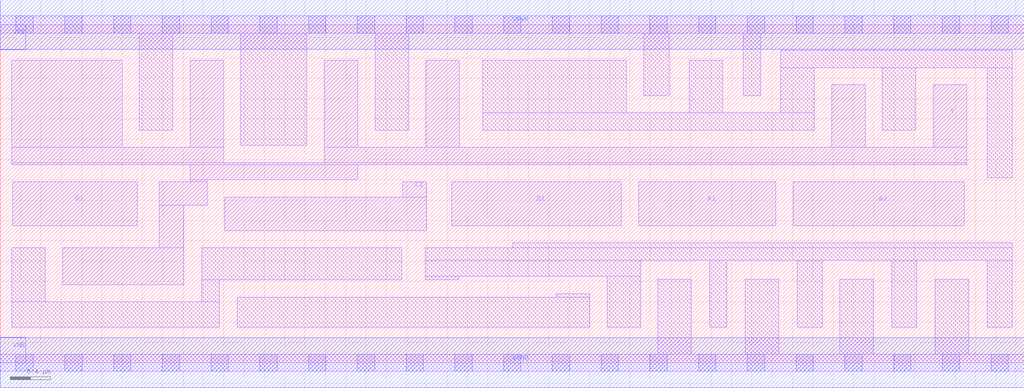
<source format=lef>
# Copyright 2020 The SkyWater PDK Authors
#
# Licensed under the Apache License, Version 2.0 (the "License");
# you may not use this file except in compliance with the License.
# You may obtain a copy of the License at
#
#     https://www.apache.org/licenses/LICENSE-2.0
#
# Unless required by applicable law or agreed to in writing, software
# distributed under the License is distributed on an "AS IS" BASIS,
# WITHOUT WARRANTIES OR CONDITIONS OF ANY KIND, either express or implied.
# See the License for the specific language governing permissions and
# limitations under the License.
#
# SPDX-License-Identifier: Apache-2.0

VERSION 5.5 ;
NAMESCASESENSITIVE ON ;
BUSBITCHARS "[]" ;
DIVIDERCHAR "/" ;
MACRO sky130_fd_sc_hs__o2111ai_4
  CLASS CORE ;
  SOURCE USER ;
  ORIGIN  0.000000  0.000000 ;
  SIZE  10.08000 BY  3.330000 ;
  SYMMETRY X Y ;
  SITE unit ;
  PIN A1
    ANTENNAGATEAREA  1.116000 ;
    DIRECTION INPUT ;
    USE SIGNAL ;
    PORT
      LAYER li1 ;
        RECT 6.285000 1.350000 7.635000 1.780000 ;
    END
  END A1
  PIN A2
    ANTENNAGATEAREA  1.116000 ;
    DIRECTION INPUT ;
    USE SIGNAL ;
    PORT
      LAYER li1 ;
        RECT 7.805000 1.350000 9.490000 1.780000 ;
    END
  END A2
  PIN B1
    ANTENNAGATEAREA  0.780000 ;
    DIRECTION INPUT ;
    USE SIGNAL ;
    PORT
      LAYER li1 ;
        RECT 4.445000 1.350000 6.115000 1.780000 ;
    END
  END B1
  PIN C1
    ANTENNAGATEAREA  0.780000 ;
    DIRECTION INPUT ;
    USE SIGNAL ;
    PORT
      LAYER li1 ;
        RECT 2.210000 1.300000 4.195000 1.630000 ;
        RECT 3.965000 1.630000 4.195000 1.780000 ;
    END
  END C1
  PIN D1
    ANTENNAGATEAREA  0.780000 ;
    DIRECTION INPUT ;
    USE SIGNAL ;
    PORT
      LAYER li1 ;
        RECT 0.125000 1.350000 1.350000 1.780000 ;
    END
  END D1
  PIN Y
    ANTENNADIFFAREA  3.411800 ;
    DIRECTION OUTPUT ;
    USE SIGNAL ;
    PORT
      LAYER li1 ;
        RECT 0.115000 1.950000 9.515000 1.970000 ;
        RECT 0.115000 1.970000 2.200000 2.120000 ;
        RECT 0.115000 2.120000 1.200000 2.980000 ;
        RECT 0.615000 0.770000 1.805000 1.130000 ;
        RECT 1.565000 1.130000 1.805000 1.550000 ;
        RECT 1.565000 1.550000 2.040000 1.780000 ;
        RECT 1.870000 1.780000 2.040000 1.800000 ;
        RECT 1.870000 1.800000 3.520000 1.950000 ;
        RECT 1.870000 2.120000 2.200000 2.980000 ;
        RECT 3.190000 1.970000 9.515000 2.120000 ;
        RECT 3.190000 2.120000 3.520000 2.980000 ;
        RECT 4.190000 2.120000 4.520000 2.980000 ;
        RECT 8.185000 2.120000 8.515000 2.735000 ;
        RECT 9.185000 2.120000 9.515000 2.735000 ;
    END
  END Y
  PIN VGND
    DIRECTION INOUT ;
    USE GROUND ;
    PORT
      LAYER met1 ;
        RECT 0.000000 -0.245000 10.080000 0.245000 ;
    END
  END VGND
  PIN VNB
    DIRECTION INOUT ;
    USE GROUND ;
    PORT
    END
  END VNB
  PIN VPB
    DIRECTION INOUT ;
    USE POWER ;
    PORT
    END
  END VPB
  PIN VNB
    DIRECTION INOUT ;
    USE GROUND ;
    PORT
      LAYER met1 ;
        RECT 0.000000 0.000000 0.250000 0.250000 ;
    END
  END VNB
  PIN VPB
    DIRECTION INOUT ;
    USE POWER ;
    PORT
      LAYER met1 ;
        RECT 0.000000 3.080000 0.250000 3.330000 ;
    END
  END VPB
  PIN VPWR
    DIRECTION INOUT ;
    USE POWER ;
    PORT
      LAYER met1 ;
        RECT 0.000000 3.085000 10.080000 3.575000 ;
    END
  END VPWR
  OBS
    LAYER li1 ;
      RECT 0.000000 -0.085000 10.080000 0.085000 ;
      RECT 0.000000  3.245000 10.080000 3.415000 ;
      RECT 0.115000  0.350000  2.155000 0.600000 ;
      RECT 0.115000  0.600000  0.445000 1.130000 ;
      RECT 1.370000  2.290000  1.700000 3.245000 ;
      RECT 1.985000  0.600000  2.155000 0.815000 ;
      RECT 1.985000  0.815000  3.955000 1.130000 ;
      RECT 2.335000  0.350000  5.805000 0.645000 ;
      RECT 2.370000  2.140000  3.020000 3.245000 ;
      RECT 3.690000  2.290000  4.020000 3.245000 ;
      RECT 4.185000  0.815000  4.515000 0.850000 ;
      RECT 4.185000  0.850000  6.305000 1.010000 ;
      RECT 4.185000  1.010000  9.965000 1.130000 ;
      RECT 4.750000  2.290000  8.015000 2.460000 ;
      RECT 4.750000  2.460000  6.165000 2.980000 ;
      RECT 5.045000  1.130000  9.965000 1.180000 ;
      RECT 5.475000  0.645000  5.805000 0.680000 ;
      RECT 5.975000  0.350000  6.305000 0.850000 ;
      RECT 6.335000  2.630000  6.585000 3.245000 ;
      RECT 6.475000  0.085000  6.805000 0.820000 ;
      RECT 6.785000  2.460000  7.115000 2.980000 ;
      RECT 6.985000  0.350000  7.155000 1.010000 ;
      RECT 7.315000  2.630000  7.485000 3.245000 ;
      RECT 7.335000  0.085000  7.665000 0.820000 ;
      RECT 7.685000  2.460000  8.015000 2.905000 ;
      RECT 7.685000  2.905000  9.965000 3.075000 ;
      RECT 7.845000  0.350000  8.095000 1.010000 ;
      RECT 8.265000  0.085000  8.595000 0.820000 ;
      RECT 8.685000  2.290000  9.015000 2.905000 ;
      RECT 8.775000  0.350000  9.025000 1.010000 ;
      RECT 9.205000  0.085000  9.535000 0.820000 ;
      RECT 9.715000  0.350000  9.965000 1.010000 ;
      RECT 9.715000  1.820000  9.965000 2.905000 ;
    LAYER mcon ;
      RECT 0.155000 -0.085000 0.325000 0.085000 ;
      RECT 0.155000  3.245000 0.325000 3.415000 ;
      RECT 0.635000 -0.085000 0.805000 0.085000 ;
      RECT 0.635000  3.245000 0.805000 3.415000 ;
      RECT 1.115000 -0.085000 1.285000 0.085000 ;
      RECT 1.115000  3.245000 1.285000 3.415000 ;
      RECT 1.595000 -0.085000 1.765000 0.085000 ;
      RECT 1.595000  3.245000 1.765000 3.415000 ;
      RECT 2.075000 -0.085000 2.245000 0.085000 ;
      RECT 2.075000  3.245000 2.245000 3.415000 ;
      RECT 2.555000 -0.085000 2.725000 0.085000 ;
      RECT 2.555000  3.245000 2.725000 3.415000 ;
      RECT 3.035000 -0.085000 3.205000 0.085000 ;
      RECT 3.035000  3.245000 3.205000 3.415000 ;
      RECT 3.515000 -0.085000 3.685000 0.085000 ;
      RECT 3.515000  3.245000 3.685000 3.415000 ;
      RECT 3.995000 -0.085000 4.165000 0.085000 ;
      RECT 3.995000  3.245000 4.165000 3.415000 ;
      RECT 4.475000 -0.085000 4.645000 0.085000 ;
      RECT 4.475000  3.245000 4.645000 3.415000 ;
      RECT 4.955000 -0.085000 5.125000 0.085000 ;
      RECT 4.955000  3.245000 5.125000 3.415000 ;
      RECT 5.435000 -0.085000 5.605000 0.085000 ;
      RECT 5.435000  3.245000 5.605000 3.415000 ;
      RECT 5.915000 -0.085000 6.085000 0.085000 ;
      RECT 5.915000  3.245000 6.085000 3.415000 ;
      RECT 6.395000 -0.085000 6.565000 0.085000 ;
      RECT 6.395000  3.245000 6.565000 3.415000 ;
      RECT 6.875000 -0.085000 7.045000 0.085000 ;
      RECT 6.875000  3.245000 7.045000 3.415000 ;
      RECT 7.355000 -0.085000 7.525000 0.085000 ;
      RECT 7.355000  3.245000 7.525000 3.415000 ;
      RECT 7.835000 -0.085000 8.005000 0.085000 ;
      RECT 7.835000  3.245000 8.005000 3.415000 ;
      RECT 8.315000 -0.085000 8.485000 0.085000 ;
      RECT 8.315000  3.245000 8.485000 3.415000 ;
      RECT 8.795000 -0.085000 8.965000 0.085000 ;
      RECT 8.795000  3.245000 8.965000 3.415000 ;
      RECT 9.275000 -0.085000 9.445000 0.085000 ;
      RECT 9.275000  3.245000 9.445000 3.415000 ;
      RECT 9.755000 -0.085000 9.925000 0.085000 ;
      RECT 9.755000  3.245000 9.925000 3.415000 ;
  END
END sky130_fd_sc_hs__o2111ai_4
END LIBRARY

</source>
